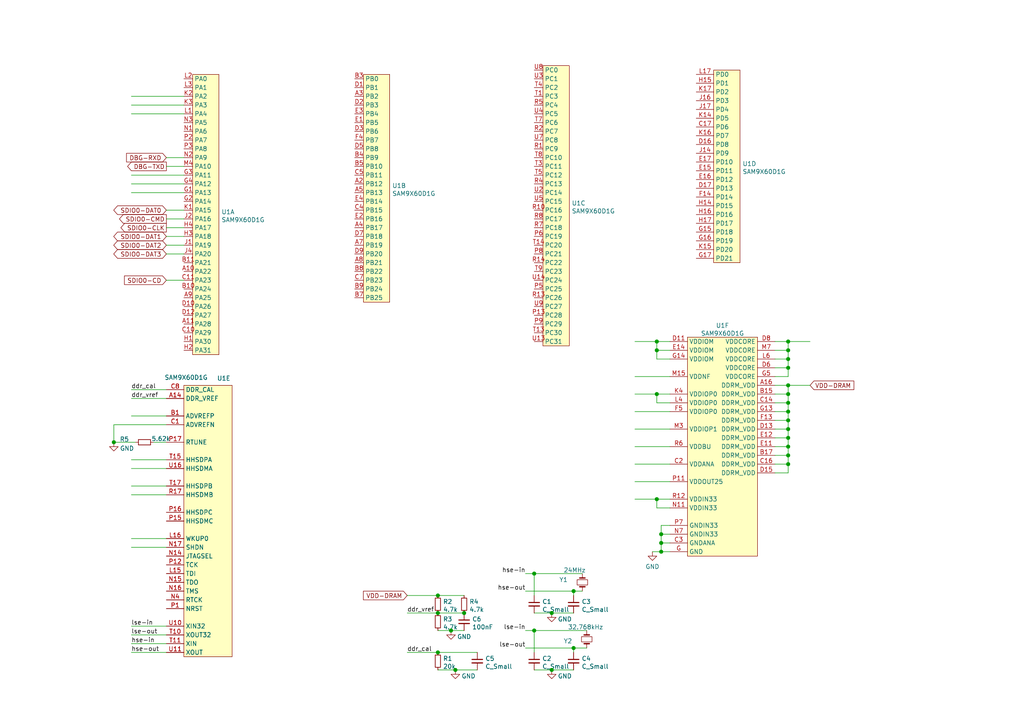
<source format=kicad_sch>
(kicad_sch (version 20210406) (generator eeschema)
  (paper "A4")
  (lib_symbols
    (symbol "Device:C_Small" (pin_numbers hide) (pin_names (offset 0.254) hide)
      (property "Reference" "C" (at 0.254 1.778 0))
      (property "Value" "C_Small" (at 0.254 -2.032 0))
      (symbol "C_Small_0_1"
        (polyline (pts (xy -1.524 -0.508) (xy 1.524 -0.508)) (stroke (width 0.3302)))
        (polyline (pts (xy -1.524 0.508) (xy 1.524 0.508)) (stroke (width 0.3048)))
      )
      (symbol "C_Small_1_1"
        (pin passive line (at 0 2.54 270) (length 2.032) (name "~") (number "1"))
        (pin passive line (at 0 -2.54 90) (length 2.032) (name "~") (number "2"))
      )
    )
    (symbol "Device:Crystal_Small" (pin_numbers hide) (pin_names (offset 1.016) hide)
      (property "Reference" "Y" (at 0 2.54 0))
      (property "Value" "Crystal_Small" (at 0 -2.54 0))
      (symbol "Crystal_Small_0_1"
        (rectangle (start -0.762 -1.524) (end 0.762 1.524))
        (polyline (pts (xy -1.27 -0.762) (xy -1.27 0.762)) (stroke (width 0.381)))
        (polyline (pts (xy 1.27 -0.762) (xy 1.27 0.762)) (stroke (width 0.381)))
      )
      (symbol "Crystal_Small_1_1"
        (pin passive line (at -2.54 0 0) (length 1.27) (name "1") (number "1"))
        (pin passive line (at 2.54 0 180) (length 1.27) (name "2") (number "2"))
      )
    )
    (symbol "Device:R_Small" (pin_numbers hide) (pin_names (offset 0.254) hide)
      (property "Reference" "R" (at 0.762 0.508 0))
      (property "Value" "R_Small" (at 0.762 -1.016 0))
      (symbol "R_Small_0_1"
        (rectangle (start -0.762 1.778) (end 0.762 -1.778) (stroke (width 0.2032)))
      )
      (symbol "R_Small_1_1"
        (pin passive line (at 0 2.54 270) (length 0.762) (name "~") (number "1"))
        (pin passive line (at 0 -2.54 90) (length 0.762) (name "~") (number "2"))
      )
    )
    (symbol "microchip:SAM9X60D1G"
      (property "Reference" "U" (at 0 43.18 0))
      (property "Value" "SAM9X60D1G" (at -8.89 43.18 0))
      (symbol "SAM9X60D1G_1_0"
        (pin passive line (at -6.35 -16.51 0) (length 2.54) (name "PA22") (number "A10"))
        (pin passive line (at -6.35 -31.75 0) (length 2.54) (name "PA28") (number "A11"))
        (pin passive line (at -6.35 -24.13 0) (length 2.54) (name "PA25") (number "A9"))
        (pin passive line (at -6.35 -21.59 0) (length 2.54) (name "PA24") (number "B10"))
        (pin passive line (at -6.35 -13.97 0) (length 2.54) (name "PA21") (number "B11"))
        (pin passive line (at -6.35 -34.29 0) (length 2.54) (name "PA29") (number "C10"))
        (pin passive line (at -6.35 -19.05 0) (length 2.54) (name "PA23") (number "C11"))
        (pin passive line (at -6.35 -26.67 0) (length 2.54) (name "PA26") (number "D10"))
        (pin passive line (at -6.35 -29.21 0) (length 2.54) (name "PA27") (number "D12"))
        (pin passive line (at -6.35 6.35 0) (length 2.54) (name "PA13") (number "G1"))
        (pin passive line (at -6.35 3.81 0) (length 2.54) (name "PA14") (number "G2"))
        (pin passive line (at -6.35 11.43 0) (length 2.54) (name "PA11") (number "G3"))
        (pin passive line (at -6.35 8.89 0) (length 2.54) (name "PA12") (number "G4"))
        (pin passive line (at -6.35 -36.83 0) (length 2.54) (name "PA30") (number "H1"))
        (pin passive line (at -6.35 -39.37 0) (length 2.54) (name "PA31") (number "H2"))
        (pin passive line (at -6.35 -6.35 0) (length 2.54) (name "PA18") (number "H3"))
        (pin passive line (at -6.35 -3.81 0) (length 2.54) (name "PA17") (number "H4"))
        (pin passive line (at -6.35 -8.89 0) (length 2.54) (name "PA19") (number "J1"))
        (pin passive line (at -6.35 -1.27 0) (length 2.54) (name "PA16") (number "J2"))
        (pin passive line (at -6.35 -11.43 0) (length 2.54) (name "PA20") (number "J4"))
        (pin passive line (at -6.35 1.27 0) (length 2.54) (name "PA15") (number "K1"))
        (pin passive line (at -6.35 34.29 0) (length 2.54) (name "PA2") (number "K2"))
        (pin passive line (at -6.35 31.75 0) (length 2.54) (name "PA3") (number "K3"))
        (pin passive line (at -6.35 29.21 0) (length 2.54) (name "PA4") (number "L1"))
        (pin passive line (at -6.35 39.37 0) (length 2.54) (name "PA0") (number "L2"))
        (pin passive line (at -6.35 36.83 0) (length 2.54) (name "PA1") (number "L3"))
        (pin passive line (at -6.35 13.97 0) (length 2.54) (name "PA10") (number "M4"))
        (pin passive line (at -6.35 24.13 0) (length 2.54) (name "PA6") (number "N1"))
        (pin passive line (at -6.35 16.51 0) (length 2.54) (name "PA9") (number "N2"))
        (pin passive line (at -6.35 26.67 0) (length 2.54) (name "PA5") (number "N3"))
        (pin passive line (at -6.35 21.59 0) (length 2.54) (name "PA7") (number "P2"))
        (pin passive line (at -6.35 19.05 0) (length 2.54) (name "PA8") (number "P3"))
      )
      (symbol "SAM9X60D1G_1_1"
        (rectangle (start -3.81 40.64) (end 3.81 -40.64) (stroke (width 0.1524)) (fill (type background)))
      )
      (symbol "SAM9X60D1G_2_0"
        (pin passive line (at -6.35 8.89 0) (length 2.54) (name "PB12") (number "A2"))
        (pin passive line (at -6.35 34.29 0) (length 2.54) (name "PB2") (number "A3"))
        (pin passive line (at -6.35 -3.81 0) (length 2.54) (name "PB17") (number "A4"))
        (pin passive line (at -6.35 6.35 0) (length 2.54) (name "PB13") (number "A5"))
        (pin passive line (at -6.35 -8.89 0) (length 2.54) (name "PB19") (number "A7"))
        (pin passive line (at -6.35 -13.97 0) (length 2.54) (name "PB21") (number "A8"))
        (pin passive line (at -6.35 39.37 0) (length 2.54) (name "PB0") (number "B3"))
        (pin passive line (at -6.35 16.51 0) (length 2.54) (name "PB9") (number "B4"))
        (pin passive line (at -6.35 13.97 0) (length 2.54) (name "PB10") (number "B5"))
        (pin passive line (at -6.35 -24.13 0) (length 2.54) (name "PB25") (number "B7"))
        (pin passive line (at -6.35 -16.51 0) (length 2.54) (name "PB22") (number "B8"))
        (pin passive line (at -6.35 -21.59 0) (length 2.54) (name "PB24") (number "B9"))
        (pin passive line (at -6.35 1.27 0) (length 2.54) (name "PB15") (number "C4"))
        (pin passive line (at -6.35 11.43 0) (length 2.54) (name "PB11") (number "C5"))
        (pin passive line (at -6.35 -19.05 0) (length 2.54) (name "PB23") (number "C7"))
        (pin passive line (at -6.35 36.83 0) (length 2.54) (name "PB1") (number "D1"))
        (pin passive line (at -6.35 31.75 0) (length 2.54) (name "PB3") (number "D2"))
        (pin passive line (at -6.35 24.13 0) (length 2.54) (name "PB6") (number "D3"))
        (pin passive line (at -6.35 19.05 0) (length 2.54) (name "PB8") (number "D5"))
        (pin passive line (at -6.35 -6.35 0) (length 2.54) (name "PB18") (number "D7"))
        (pin passive line (at -6.35 -11.43 0) (length 2.54) (name "PB20") (number "D9"))
        (pin passive line (at -6.35 26.67 0) (length 2.54) (name "PB5") (number "E1"))
        (pin passive line (at -6.35 -1.27 0) (length 2.54) (name "PB16") (number "E2"))
        (pin passive line (at -6.35 29.21 0) (length 2.54) (name "PB4") (number "E3"))
        (pin passive line (at -6.35 3.81 0) (length 2.54) (name "PB14") (number "E4"))
        (pin passive line (at -6.35 21.59 0) (length 2.54) (name "PB7") (number "F4"))
      )
      (symbol "SAM9X60D1G_2_1"
        (rectangle (start -3.81 40.64) (end 3.81 -25.4) (stroke (width 0.1524)) (fill (type background)))
      )
      (symbol "SAM9X60D1G_3_0"
        (pin passive line (at -6.35 -31.75 0) (length 2.54) (name "PC28") (number "P13"))
        (pin passive line (at -6.35 -24.13 0) (length 2.54) (name "PC25") (number "P5"))
        (pin passive line (at -6.35 -8.89 0) (length 2.54) (name "PC19") (number "P6"))
        (pin passive line (at -6.35 -13.97 0) (length 2.54) (name "PC21") (number "P8"))
        (pin passive line (at -6.35 -34.29 0) (length 2.54) (name "PC29") (number "P9"))
        (pin passive line (at -6.35 16.51 0) (length 2.54) (name "PC9") (number "R1"))
        (pin passive line (at -6.35 -1.27 0) (length 2.54) (name "PC16") (number "R10"))
        (pin passive line (at -6.35 -26.67 0) (length 2.54) (name "PC26") (number "R13"))
        (pin passive line (at -6.35 -16.51 0) (length 2.54) (name "PC22") (number "R14"))
        (pin passive line (at -6.35 21.59 0) (length 2.54) (name "PC7") (number "R2"))
        (pin passive line (at -6.35 6.35 0) (length 2.54) (name "PC13") (number "R4"))
        (pin passive line (at -6.35 29.21 0) (length 2.54) (name "PC4") (number "R5"))
        (pin passive line (at -6.35 -6.35 0) (length 2.54) (name "PC18") (number "R7"))
        (pin passive line (at -6.35 -3.81 0) (length 2.54) (name "PC17") (number "R8"))
        (pin passive line (at -6.35 31.75 0) (length 2.54) (name "PC3") (number "T1"))
        (pin passive line (at -6.35 -36.83 0) (length 2.54) (name "PC30") (number "T13"))
        (pin passive line (at -6.35 -11.43 0) (length 2.54) (name "PC20") (number "T14"))
        (pin passive line (at -6.35 11.43 0) (length 2.54) (name "PC11") (number "T3"))
        (pin passive line (at -6.35 34.29 0) (length 2.54) (name "PC2") (number "T4"))
        (pin passive line (at -6.35 8.89 0) (length 2.54) (name "PC12") (number "T5"))
        (pin passive line (at -6.35 24.13 0) (length 2.54) (name "PC6") (number "T7"))
        (pin passive line (at -6.35 13.97 0) (length 2.54) (name "PC10") (number "T8"))
        (pin passive line (at -6.35 -19.05 0) (length 2.54) (name "PC23") (number "T9"))
        (pin passive line (at -6.35 -39.37 0) (length 2.54) (name "PC31") (number "U13"))
        (pin passive line (at -6.35 -21.59 0) (length 2.54) (name "PC24") (number "U14"))
        (pin passive line (at -6.35 3.81 0) (length 2.54) (name "PC14") (number "U2"))
        (pin passive line (at -6.35 36.83 0) (length 2.54) (name "PC1") (number "U3"))
        (pin passive line (at -6.35 26.67 0) (length 2.54) (name "PC5") (number "U4"))
        (pin passive line (at -6.35 1.27 0) (length 2.54) (name "PC15") (number "U5"))
        (pin passive line (at -6.35 19.05 0) (length 2.54) (name "PC8") (number "U7"))
        (pin passive line (at -6.35 39.37 0) (length 2.54) (name "PC0") (number "U8"))
        (pin passive line (at -6.35 -29.21 0) (length 2.54) (name "PC27") (number "U9"))
      )
      (symbol "SAM9X60D1G_3_1"
        (rectangle (start -3.81 40.64) (end 3.81 -40.64) (stroke (width 0.1524)) (fill (type background)))
      )
      (symbol "SAM9X60D1G_4_0"
        (pin passive line (at -8.89 24.13 0) (length 5.08) (name "PD6") (number "C17"))
        (pin passive line (at -8.89 19.05 0) (length 5.08) (name "PD8") (number "D16"))
        (pin passive line (at -8.89 6.35 0) (length 5.08) (name "PD13") (number "D17"))
        (pin passive line (at -8.89 11.43 0) (length 5.08) (name "PD11") (number "E15"))
        (pin passive line (at -8.89 8.89 0) (length 5.08) (name "PD12") (number "E16"))
        (pin passive line (at -8.89 13.97 0) (length 5.08) (name "PD10") (number "E17"))
        (pin passive line (at -8.89 3.81 0) (length 5.08) (name "PD14") (number "F14"))
        (pin passive line (at -8.89 -6.35 0) (length 5.08) (name "PD18") (number "G15"))
        (pin passive line (at -8.89 -8.89 0) (length 5.08) (name "PD19") (number "G16"))
        (pin passive line (at -8.89 -13.97 0) (length 5.08) (name "PD21") (number "G17"))
        (pin passive line (at -8.89 1.27 0) (length 5.08) (name "PD15") (number "H14"))
        (pin passive line (at -8.89 36.83 0) (length 5.08) (name "PD1") (number "H15"))
        (pin passive line (at -8.89 -1.27 0) (length 5.08) (name "PD16") (number "H16"))
        (pin passive line (at -8.89 -3.81 0) (length 5.08) (name "PD17") (number "H17"))
        (pin passive line (at -8.89 16.51 0) (length 5.08) (name "PD9") (number "J14"))
        (pin passive line (at -8.89 31.75 0) (length 5.08) (name "PD3") (number "J16"))
        (pin passive line (at -8.89 29.21 0) (length 5.08) (name "PD4") (number "J17"))
        (pin passive line (at -8.89 26.67 0) (length 5.08) (name "PD5") (number "K14"))
        (pin passive line (at -8.89 -11.43 0) (length 5.08) (name "PD20") (number "K15"))
        (pin passive line (at -8.89 21.59 0) (length 5.08) (name "PD7") (number "K16"))
        (pin passive line (at -8.89 34.29 0) (length 5.08) (name "PD2") (number "K17"))
        (pin passive line (at -8.89 39.37 0) (length 5.08) (name "PD0") (number "L17"))
      )
      (symbol "SAM9X60D1G_4_1"
        (rectangle (start -3.81 40.64) (end 3.81 -15.24) (stroke (width 0.1524)) (fill (type background)))
      )
      (symbol "SAM9X60D1G_5_0"
        (pin passive line (at -8.89 36.83 0) (length 5.08) (name "DDR_VREF") (number "A14"))
        (pin passive line (at -8.89 31.75 0) (length 5.08) (name "ADVREFP") (number "B1"))
        (pin passive line (at -8.89 29.21 0) (length 5.08) (name "ADVREFN") (number "C1"))
        (pin passive line (at -8.89 39.37 0) (length 5.08) (name "DDR_CAL") (number "C8"))
        (pin passive line (at -8.89 -13.97 0) (length 5.08) (name "TDI") (number "L15"))
        (pin passive line (at -8.89 -3.81 0) (length 5.08) (name "WKUP0") (number "L16"))
        (pin passive line (at -8.89 -8.89 0) (length 5.08) (name "JTAGSEL") (number "N14"))
        (pin passive line (at -8.89 -16.51 0) (length 5.08) (name "TDO") (number "N15"))
        (pin passive line (at -8.89 -19.05 0) (length 5.08) (name "TMS") (number "N16"))
        (pin passive line (at -8.89 -6.35 0) (length 5.08) (name "SHDN") (number "N17"))
        (pin passive line (at -8.89 -21.59 0) (length 5.08) (name "RTCK") (number "N4"))
        (pin passive line (at -8.89 -24.13 0) (length 5.08) (name "NRST") (number "P1"))
        (pin passive line (at -8.89 -11.43 0) (length 5.08) (name "TCK") (number "P12"))
        (pin passive line (at -8.89 1.27 0) (length 5.08) (name "HHSDMC") (number "P15"))
        (pin passive line (at -8.89 3.81 0) (length 5.08) (name "HHSDPC") (number "P16"))
        (pin passive line (at -8.89 24.13 0) (length 5.08) (name "RTUNE") (number "P17"))
        (pin passive line (at -8.89 8.89 0) (length 5.08) (name "HHSDMB") (number "R17"))
        (pin passive line (at -8.89 -31.75 0) (length 5.08) (name "XOUT32") (number "T10"))
        (pin passive line (at -8.89 -34.29 0) (length 5.08) (name "XIN") (number "T11"))
        (pin passive line (at -8.89 19.05 0) (length 5.08) (name "HHSDPA") (number "T15"))
        (pin passive line (at -8.89 11.43 0) (length 5.08) (name "HHSDPB") (number "T17"))
        (pin passive line (at -8.89 -29.21 0) (length 5.08) (name "XIN32") (number "U10"))
        (pin passive line (at -8.89 -36.83 0) (length 5.08) (name "XOUT") (number "U11"))
        (pin passive line (at -8.89 16.51 0) (length 5.08) (name "HHSDMA") (number "U16"))
      )
      (symbol "SAM9X60D1G_5_1"
        (rectangle (start -3.81 40.64) (end 10.16 -38.1) (stroke (width 0.1524)) (fill (type background)))
      )
      (symbol "SAM9X60D1G_6_0"
        (pin power_in line (at 21.59 25.4 180) (length 5.08) (name "DDRM_VDD") (number "A16"))
        (pin power_in line (at 21.59 22.86 180) (length 5.08) (name "DDRM_VDD") (number "B15"))
        (pin power_in line (at 21.59 5.08 180) (length 5.08) (name "DDRM_VDD") (number "B17"))
        (pin power_in line (at 21.59 20.32 180) (length 5.08) (name "DDRM_VDD") (number "C14"))
        (pin power_in line (at 21.59 2.54 180) (length 5.08) (name "DDRM_VDD") (number "C16"))
        (pin power_in line (at -8.89 2.54 0) (length 5.08) (name "VDDANA") (number "C2"))
        (pin power_in line (at -8.89 -20.32 0) (length 5.08) (name "GNDANA") (number "C3"))
        (pin power_in line (at -8.89 38.1 0) (length 5.08) (name "VDDIOM") (number "D11"))
        (pin power_in line (at 21.59 12.7 180) (length 5.08) (name "DDRM_VDD") (number "D13"))
        (pin power_in line (at 21.59 0 180) (length 5.08) (name "DDRM_VDD") (number "D15"))
        (pin power_in line (at 21.59 30.48 180) (length 5.08) (name "VDDCORE") (number "D6"))
        (pin power_in line (at 21.59 38.1 180) (length 5.08) (name "VDDCORE") (number "D8"))
        (pin power_in line (at 21.59 7.62 180) (length 5.08) (name "DDRM_VDD") (number "E11"))
        (pin power_in line (at 21.59 10.16 180) (length 5.08) (name "DDRM_VDD") (number "E12"))
        (pin power_in line (at -8.89 35.56 0) (length 5.08) (name "VDDIOM") (number "E14"))
        (pin power_in line (at 21.59 15.24 180) (length 5.08) (name "DDRM_VDD") (number "F13"))
        (pin power_in line (at -8.89 17.78 0) (length 5.08) (name "VDDIOP0") (number "F5"))
        (pin power_in line (at -8.89 -22.86 0) (length 5.08) (name "GND") (number "G"))
        (pin power_in line (at 21.59 17.78 180) (length 5.08) (name "DDRM_VDD") (number "G13"))
        (pin power_in line (at -8.89 33.02 0) (length 5.08) (name "VDDIOM") (number "G14"))
        (pin power_in line (at 21.59 27.94 180) (length 5.08) (name "VDDCORE") (number "G5"))
        (pin power_in line (at -8.89 22.86 0) (length 5.08) (name "VDDIOP0") (number "K4"))
        (pin power_in line (at -8.89 20.32 0) (length 5.08) (name "VDDIOP0") (number "L4"))
        (pin power_in line (at 21.59 33.02 180) (length 5.08) (name "VDDCORE") (number "L6"))
        (pin power_in line (at -8.89 27.94 0) (length 5.08) (name "VDDNF") (number "M15"))
        (pin power_in line (at -8.89 12.7 0) (length 5.08) (name "VDDIOP1") (number "M3"))
        (pin power_in line (at 21.59 35.56 180) (length 5.08) (name "VDDCORE") (number "M7"))
        (pin power_in line (at -8.89 -10.16 0) (length 5.08) (name "VDDIN33") (number "N11"))
        (pin power_in line (at -8.89 -17.78 0) (length 5.08) (name "GNDIN33") (number "N7"))
        (pin power_in line (at -8.89 -2.54 0) (length 5.08) (name "VDDOUT25") (number "P11"))
        (pin power_in line (at -8.89 -15.24 0) (length 5.08) (name "GNDIN33") (number "P7"))
        (pin power_in line (at -8.89 -7.62 0) (length 5.08) (name "VDDIN33") (number "R12"))
        (pin power_in line (at -8.89 7.62 0) (length 5.08) (name "VDDBU") (number "R6"))
      )
      (symbol "SAM9X60D1G_6_1"
        (rectangle (start -3.81 39.37) (end 16.51 -24.13) (stroke (width 0.1524)) (fill (type background)))
      )
    )
    (symbol "power:GND" (power) (pin_names (offset 0))
      (property "Value" "GND" (at 0 -3.81 0))
      (symbol "GND_0_1"
        (polyline (pts (xy 0 0) (xy 0 -1.27) (xy 1.27 -1.27) (xy 0 -2.54) (xy -1.27 -1.27) (xy 0 -1.27)))
      )
      (symbol "GND_1_1"
        (pin power_in line (at 0 0 270) (length 0) hide (name "GND") (number "1"))
      )
    )
  )
  (junction (at 33.02 128.27) (diameter 1.016))
  (junction (at 127 172.72) (diameter 1.016))
  (junction (at 127 177.8) (diameter 1.016))
  (junction (at 127 189.23) (diameter 1.016))
  (junction (at 130.81 182.88) (diameter 1.016))
  (junction (at 132.08 194.31) (diameter 1.016))
  (junction (at 134.62 177.8) (diameter 1.016))
  (junction (at 154.94 166.37) (diameter 1.016))
  (junction (at 154.94 182.88) (diameter 1.016))
  (junction (at 160.02 177.8) (diameter 1.016))
  (junction (at 160.02 194.31) (diameter 1.016))
  (junction (at 166.37 171.45) (diameter 1.016))
  (junction (at 166.37 187.96) (diameter 1.016))
  (junction (at 190.5 99.06) (diameter 1.016))
  (junction (at 190.5 101.6) (diameter 1.016))
  (junction (at 190.5 114.3) (diameter 1.016))
  (junction (at 190.5 144.78) (diameter 1.016))
  (junction (at 191.77 154.94) (diameter 1.016))
  (junction (at 191.77 157.48) (diameter 1.016))
  (junction (at 191.77 160.02) (diameter 1.016))
  (junction (at 228.6 99.06) (diameter 1.016))
  (junction (at 228.6 101.6) (diameter 1.016))
  (junction (at 228.6 104.14) (diameter 1.016))
  (junction (at 228.6 106.68) (diameter 1.016))
  (junction (at 228.6 111.76) (diameter 1.016))
  (junction (at 228.6 114.3) (diameter 1.016))
  (junction (at 228.6 116.84) (diameter 1.016))
  (junction (at 228.6 119.38) (diameter 1.016))
  (junction (at 228.6 121.92) (diameter 1.016))
  (junction (at 228.6 124.46) (diameter 1.016))
  (junction (at 228.6 127) (diameter 1.016))
  (junction (at 228.6 129.54) (diameter 1.016))
  (junction (at 228.6 132.08) (diameter 1.016))
  (junction (at 228.6 134.62) (diameter 1.016))
  (wire (pts (xy 33.02 123.19) (xy 33.02 128.27)))
  (wire (pts (xy 33.02 123.19) (xy 48.26 123.19)))
  (wire (pts (xy 33.02 128.27) (xy 39.37 128.27)))
  (wire (pts (xy 38.1 27.94) (xy 53.34 27.94)))
  (wire (pts (xy 38.1 30.48) (xy 53.34 30.48)))
  (wire (pts (xy 38.1 33.02) (xy 53.34 33.02)))
  (wire (pts (xy 38.1 50.8) (xy 53.34 50.8)))
  (wire (pts (xy 38.1 53.34) (xy 53.34 53.34)))
  (wire (pts (xy 38.1 55.88) (xy 53.34 55.88)))
  (wire (pts (xy 38.1 113.03) (xy 48.26 113.03)))
  (wire (pts (xy 38.1 115.57) (xy 48.26 115.57)))
  (wire (pts (xy 38.1 120.65) (xy 48.26 120.65)))
  (wire (pts (xy 38.1 133.35) (xy 48.26 133.35)))
  (wire (pts (xy 38.1 135.89) (xy 48.26 135.89)))
  (wire (pts (xy 38.1 140.97) (xy 48.26 140.97)))
  (wire (pts (xy 38.1 143.51) (xy 48.26 143.51)))
  (wire (pts (xy 38.1 156.21) (xy 48.26 156.21)))
  (wire (pts (xy 38.1 158.75) (xy 48.26 158.75)))
  (wire (pts (xy 38.1 181.61) (xy 48.26 181.61)))
  (wire (pts (xy 38.1 184.15) (xy 48.26 184.15)))
  (wire (pts (xy 38.1 186.69) (xy 48.26 186.69)))
  (wire (pts (xy 38.1 189.23) (xy 48.26 189.23)))
  (wire (pts (xy 44.45 128.27) (xy 48.26 128.27)))
  (wire (pts (xy 48.26 45.72) (xy 53.34 45.72)))
  (wire (pts (xy 48.26 48.26) (xy 53.34 48.26)))
  (wire (pts (xy 48.26 60.96) (xy 53.34 60.96)))
  (wire (pts (xy 48.26 63.5) (xy 53.34 63.5)))
  (wire (pts (xy 48.26 66.04) (xy 53.34 66.04)))
  (wire (pts (xy 48.26 68.58) (xy 53.34 68.58)))
  (wire (pts (xy 48.26 71.12) (xy 53.34 71.12)))
  (wire (pts (xy 48.26 73.66) (xy 53.34 73.66)))
  (wire (pts (xy 48.26 81.28) (xy 53.34 81.28)))
  (wire (pts (xy 118.11 172.72) (xy 127 172.72)))
  (wire (pts (xy 118.11 177.8) (xy 127 177.8)))
  (wire (pts (xy 118.11 189.23) (xy 127 189.23)))
  (wire (pts (xy 127 172.72) (xy 134.62 172.72)))
  (wire (pts (xy 127 177.8) (xy 134.62 177.8)))
  (wire (pts (xy 127 182.88) (xy 130.81 182.88)))
  (wire (pts (xy 127 189.23) (xy 138.43 189.23)))
  (wire (pts (xy 127 194.31) (xy 132.08 194.31)))
  (wire (pts (xy 130.81 182.88) (xy 134.62 182.88)))
  (wire (pts (xy 132.08 194.31) (xy 138.43 194.31)))
  (wire (pts (xy 152.4 166.37) (xy 154.94 166.37)))
  (wire (pts (xy 152.4 171.45) (xy 166.37 171.45)))
  (wire (pts (xy 152.4 182.88) (xy 154.94 182.88)))
  (wire (pts (xy 152.4 187.96) (xy 166.37 187.96)))
  (wire (pts (xy 154.94 166.37) (xy 154.94 172.72)))
  (wire (pts (xy 154.94 166.37) (xy 168.91 166.37)))
  (wire (pts (xy 154.94 177.8) (xy 160.02 177.8)))
  (wire (pts (xy 154.94 182.88) (xy 154.94 189.23)))
  (wire (pts (xy 154.94 182.88) (xy 170.18 182.88)))
  (wire (pts (xy 154.94 194.31) (xy 160.02 194.31)))
  (wire (pts (xy 160.02 177.8) (xy 166.37 177.8)))
  (wire (pts (xy 160.02 194.31) (xy 166.37 194.31)))
  (wire (pts (xy 166.37 171.45) (xy 166.37 172.72)))
  (wire (pts (xy 166.37 171.45) (xy 168.91 171.45)))
  (wire (pts (xy 166.37 187.96) (xy 166.37 189.23)))
  (wire (pts (xy 166.37 187.96) (xy 170.18 187.96)))
  (wire (pts (xy 184.15 99.06) (xy 190.5 99.06)))
  (wire (pts (xy 184.15 109.22) (xy 194.31 109.22)))
  (wire (pts (xy 184.15 114.3) (xy 190.5 114.3)))
  (wire (pts (xy 184.15 119.38) (xy 194.31 119.38)))
  (wire (pts (xy 184.15 124.46) (xy 194.31 124.46)))
  (wire (pts (xy 184.15 129.54) (xy 194.31 129.54)))
  (wire (pts (xy 184.15 134.62) (xy 194.31 134.62)))
  (wire (pts (xy 184.15 139.7) (xy 194.31 139.7)))
  (wire (pts (xy 184.15 144.78) (xy 190.5 144.78)))
  (wire (pts (xy 189.23 160.02) (xy 191.77 160.02)))
  (wire (pts (xy 190.5 99.06) (xy 190.5 101.6)))
  (wire (pts (xy 190.5 101.6) (xy 190.5 104.14)))
  (wire (pts (xy 190.5 101.6) (xy 194.31 101.6)))
  (wire (pts (xy 190.5 104.14) (xy 194.31 104.14)))
  (wire (pts (xy 190.5 114.3) (xy 190.5 116.84)))
  (wire (pts (xy 190.5 116.84) (xy 194.31 116.84)))
  (wire (pts (xy 190.5 144.78) (xy 190.5 147.32)))
  (wire (pts (xy 190.5 147.32) (xy 194.31 147.32)))
  (wire (pts (xy 191.77 152.4) (xy 191.77 154.94)))
  (wire (pts (xy 191.77 154.94) (xy 191.77 157.48)))
  (wire (pts (xy 191.77 154.94) (xy 194.31 154.94)))
  (wire (pts (xy 191.77 157.48) (xy 191.77 160.02)))
  (wire (pts (xy 191.77 157.48) (xy 194.31 157.48)))
  (wire (pts (xy 191.77 160.02) (xy 194.31 160.02)))
  (wire (pts (xy 194.31 99.06) (xy 190.5 99.06)))
  (wire (pts (xy 194.31 114.3) (xy 190.5 114.3)))
  (wire (pts (xy 194.31 144.78) (xy 190.5 144.78)))
  (wire (pts (xy 194.31 152.4) (xy 191.77 152.4)))
  (wire (pts (xy 224.79 99.06) (xy 228.6 99.06)))
  (wire (pts (xy 224.79 101.6) (xy 228.6 101.6)))
  (wire (pts (xy 224.79 104.14) (xy 228.6 104.14)))
  (wire (pts (xy 224.79 106.68) (xy 228.6 106.68)))
  (wire (pts (xy 224.79 111.76) (xy 228.6 111.76)))
  (wire (pts (xy 224.79 114.3) (xy 228.6 114.3)))
  (wire (pts (xy 224.79 116.84) (xy 228.6 116.84)))
  (wire (pts (xy 224.79 119.38) (xy 228.6 119.38)))
  (wire (pts (xy 224.79 121.92) (xy 228.6 121.92)))
  (wire (pts (xy 224.79 124.46) (xy 228.6 124.46)))
  (wire (pts (xy 224.79 127) (xy 228.6 127)))
  (wire (pts (xy 224.79 129.54) (xy 228.6 129.54)))
  (wire (pts (xy 224.79 132.08) (xy 228.6 132.08)))
  (wire (pts (xy 224.79 134.62) (xy 228.6 134.62)))
  (wire (pts (xy 224.79 137.16) (xy 228.6 137.16)))
  (wire (pts (xy 228.6 99.06) (xy 228.6 101.6)))
  (wire (pts (xy 228.6 99.06) (xy 234.95 99.06)))
  (wire (pts (xy 228.6 101.6) (xy 228.6 104.14)))
  (wire (pts (xy 228.6 104.14) (xy 228.6 106.68)))
  (wire (pts (xy 228.6 106.68) (xy 228.6 109.22)))
  (wire (pts (xy 228.6 109.22) (xy 224.79 109.22)))
  (wire (pts (xy 228.6 111.76) (xy 228.6 114.3)))
  (wire (pts (xy 228.6 111.76) (xy 234.95 111.76)))
  (wire (pts (xy 228.6 114.3) (xy 228.6 116.84)))
  (wire (pts (xy 228.6 116.84) (xy 228.6 119.38)))
  (wire (pts (xy 228.6 119.38) (xy 228.6 121.92)))
  (wire (pts (xy 228.6 121.92) (xy 228.6 124.46)))
  (wire (pts (xy 228.6 124.46) (xy 228.6 127)))
  (wire (pts (xy 228.6 127) (xy 228.6 129.54)))
  (wire (pts (xy 228.6 129.54) (xy 228.6 132.08)))
  (wire (pts (xy 228.6 132.08) (xy 228.6 134.62)))
  (wire (pts (xy 228.6 134.62) (xy 228.6 137.16)))
  (label "ddr_cal" (at 38.1 113.03 0))
  (label "ddr_vref" (at 38.1 115.57 0))
  (label "lse-in" (at 38.1 181.61 0))
  (label "lse-out" (at 38.1 184.15 0))
  (label "hse-in" (at 38.1 186.69 0))
  (label "hse-out" (at 38.1 189.23 0))
  (label "ddr_vref" (at 118.11 177.8 0))
  (label "ddr_cal" (at 118.11 189.23 0))
  (label "hse-in" (at 152.4 166.37 180))
  (label "hse-out" (at 152.4 171.45 180))
  (label "lse-in" (at 152.4 182.88 180))
  (label "lse-out" (at 152.4 187.96 180))
  (global_label "DBG-RXD" (shape input) (at 48.26 45.72 180) (property "Intersheet References" "${INTERSHEET_REFS}" (effects hide)))
  (global_label "DBG-TXD" (shape output) (at 48.26 48.26 180) (property "Intersheet References" "${INTERSHEET_REFS}" (effects hide)))
  (global_label "SDIO0-DAT0" (shape bidirectional) (at 48.26 60.96 180) (property "Intersheet References" "${INTERSHEET_REFS}" (effects hide)))
  (global_label "SDIO0-CMD" (shape output) (at 48.26 63.5 180) (property "Intersheet References" "${INTERSHEET_REFS}" (effects hide)))
  (global_label "SDIO0-CLK" (shape output) (at 48.26 66.04 180) (property "Intersheet References" "${INTERSHEET_REFS}" (effects hide)))
  (global_label "SDIO0-DAT1" (shape bidirectional) (at 48.26 68.58 180) (property "Intersheet References" "${INTERSHEET_REFS}" (effects hide)))
  (global_label "SDIO0-DAT2" (shape bidirectional) (at 48.26 71.12 180) (property "Intersheet References" "${INTERSHEET_REFS}" (effects hide)))
  (global_label "SDIO0-DAT3" (shape bidirectional) (at 48.26 73.66 180) (property "Intersheet References" "${INTERSHEET_REFS}" (effects hide)))
  (global_label "SDIO0-CD" (shape input) (at 48.26 81.28 180) (property "Intersheet References" "${INTERSHEET_REFS}" (effects hide)))
  (global_label "VDD-DRAM" (shape input) (at 118.11 172.72 180) (property "Intersheet References" "${INTERSHEET_REFS}" (effects hide)))
  (global_label "VDD-DRAM" (shape input) (at 234.95 111.76 0) (property "Intersheet References" "${INTERSHEET_REFS}" (effects hide)))
  (symbol (lib_id "power:GND") (at 33.02 128.27 0) (unit 1)
    (property "Reference" "#PWR0106" (effects hide))
    (property "Value" "GND" (at 36.83 130.0544 0))
  )
  (symbol (lib_id "power:GND") (at 130.81 182.88 0) (unit 1)
    (property "Reference" "#PWR0105" (effects hide))
    (property "Value" "GND" (at 134.62 184.6644 0))
  )
  (symbol (lib_id "power:GND") (at 132.08 194.31 0) (unit 1)
    (property "Reference" "#PWR0104" (effects hide))
    (property "Value" "GND" (at 135.89 196.0944 0))
  )
  (symbol (lib_id "power:GND") (at 160.02 177.8 0) (unit 1)
    (property "Reference" "#PWR0103" (effects hide))
    (property "Value" "GND" (at 163.83 179.5844 0))
  )
  (symbol (lib_id "power:GND") (at 160.02 194.31 0) (unit 1)
    (property "Reference" "#PWR0102" (effects hide))
    (property "Value" "GND" (at 163.83 196.0944 0))
  )
  (symbol (lib_id "power:GND") (at 189.23 160.02 0) (unit 1)
    (property "Reference" "#PWR0101" (effects hide))
    (property "Value" "GND" (at 189.23 164.3444 0))
  )
  (symbol (lib_id "Device:R_Small") (at 41.91 128.27 90) (unit 1)
    (property "Reference" "R5" (at 36.0873 127.412 90))
    (property "Value" "5.62k" (at 46.6594 127.2425 90))
    (property "Footprint" "Resistor_SMD:R_0402_1005Metric" (effects hide))
  )
  (symbol (lib_id "Device:R_Small") (at 127 175.26 0) (unit 1)
    (property "Reference" "R2" (at 128.4987 174.4991 0) (effects (justify left)))
    (property "Value" "4.7k" (at 128.4987 176.7978 0) (effects (justify left)))
    (property "Footprint" "Resistor_SMD:R_0402_1005Metric" (effects hide))
  )
  (symbol (lib_id "Device:R_Small") (at 127 180.34 0) (unit 1)
    (property "Reference" "R3" (at 128.4987 179.5791 0) (effects (justify left)))
    (property "Value" "4.7k" (at 128.4987 181.8778 0) (effects (justify left)))
    (property "Footprint" "Resistor_SMD:R_0402_1005Metric" (effects hide))
  )
  (symbol (lib_id "Device:R_Small") (at 127 191.77 0) (unit 1)
    (property "Reference" "R1" (at 128.4987 191.0091 0) (effects (justify left)))
    (property "Value" "20k" (at 128.4987 193.3078 0) (effects (justify left)))
    (property "Footprint" "Resistor_SMD:R_0402_1005Metric" (effects hide))
  )
  (symbol (lib_id "Device:R_Small") (at 134.62 175.26 0) (unit 1)
    (property "Reference" "R4" (at 136.1187 174.4991 0) (effects (justify left)))
    (property "Value" "4.7k" (at 136.1187 176.7978 0) (effects (justify left)))
    (property "Footprint" "Resistor_SMD:R_0402_1005Metric" (effects hide))
  )
  (symbol (lib_id "Device:Crystal_Small") (at 168.91 168.91 90) (unit 1)
    (property "Reference" "Y1" (at 162.1791 168.1491 90) (effects (justify right)))
    (property "Value" "24MHz" (at 163.4491 165.3678 90) (effects (justify right)))
    (property "Footprint" "Crystal:Crystal_SMD_3225-4Pin_3.2x2.5mm" (effects hide))
  )
  (symbol (lib_id "Device:Crystal_Small") (at 170.18 185.42 90) (unit 1)
    (property "Reference" "Y2" (at 163.4491 185.9291 90) (effects (justify right)))
    (property "Value" "32.768kHz" (at 164.7191 181.8778 90) (effects (justify right)))
    (property "Footprint" "Crystal:Crystal_SMD_3215-2Pin_3.2x1.5mm" (effects hide))
  )
  (symbol (lib_id "Device:C_Small") (at 134.62 180.34 0) (unit 1)
    (property "Reference" "C6" (at 136.9442 179.5791 0) (effects (justify left)))
    (property "Value" "100nF" (at 136.9442 181.8778 0) (effects (justify left)))
    (property "Footprint" "Capacitor_SMD:C_0402_1005Metric" (effects hide))
  )
  (symbol (lib_id "Device:C_Small") (at 138.43 191.77 0) (unit 1)
    (property "Reference" "C5" (at 140.7542 191.0091 0) (effects (justify left)))
    (property "Value" "C_Small" (at 140.7542 193.3078 0) (effects (justify left)))
    (property "Footprint" "Capacitor_SMD:C_0402_1005Metric" (effects hide))
  )
  (symbol (lib_id "Device:C_Small") (at 154.94 175.26 0) (unit 1)
    (property "Reference" "C1" (at 157.2642 174.4991 0) (effects (justify left)))
    (property "Value" "C_Small" (at 157.2642 176.7978 0) (effects (justify left)))
    (property "Footprint" "Capacitor_SMD:C_0402_1005Metric" (effects hide))
  )
  (symbol (lib_id "Device:C_Small") (at 154.94 191.77 0) (unit 1)
    (property "Reference" "C2" (at 157.2642 191.0091 0) (effects (justify left)))
    (property "Value" "C_Small" (at 157.2642 193.3078 0) (effects (justify left)))
    (property "Footprint" "Capacitor_SMD:C_0402_1005Metric" (effects hide))
  )
  (symbol (lib_id "Device:C_Small") (at 166.37 175.26 0) (unit 1)
    (property "Reference" "C3" (at 168.6942 174.4991 0) (effects (justify left)))
    (property "Value" "C_Small" (at 168.6942 176.7978 0) (effects (justify left)))
    (property "Footprint" "Capacitor_SMD:C_0402_1005Metric" (effects hide))
  )
  (symbol (lib_id "Device:C_Small") (at 166.37 191.77 0) (unit 1)
    (property "Reference" "C4" (at 168.6942 191.0091 0) (effects (justify left)))
    (property "Value" "C_Small" (at 168.6942 193.3078 0) (effects (justify left)))
    (property "Footprint" "Capacitor_SMD:C_0402_1005Metric" (effects hide))
  )
  (symbol (lib_id "microchip:SAM9X60D1G") (at 109.22 62.23 0) (unit 2)
    (property "Reference" "U1" (at 113.7413 53.8491 0) (effects (justify left)))
    (property "Value" "SAM9X60D1G" (at 113.7413 56.1478 0) (effects (justify left)))
    (property "Footprint" "microchip:SAM9X60D1G" (effects hide))
  )
  (symbol (lib_id "microchip:SAM9X60D1G") (at 210.82 60.96 0) (unit 4)
    (property "Reference" "U1" (at 215.3413 47.4991 0) (effects (justify left)))
    (property "Value" "SAM9X60D1G" (at 215.3413 49.7978 0) (effects (justify left)))
    (property "Footprint" "microchip:SAM9X60D1G" (effects hide))
  )
  (symbol (lib_id "microchip:SAM9X60D1G") (at 59.69 62.23 0) (unit 1)
    (property "Reference" "U1" (at 64.2113 61.4691 0) (effects (justify left)))
    (property "Value" "SAM9X60D1G" (at 64.2113 63.7678 0) (effects (justify left)))
    (property "Footprint" "microchip:SAM9X60D1G" (effects hide))
  )
  (symbol (lib_id "microchip:SAM9X60D1G") (at 161.29 59.69 0) (unit 3)
    (property "Reference" "U1" (at 165.8113 58.9291 0) (effects (justify left)))
    (property "Value" "SAM9X60D1G" (at 165.8113 61.2278 0) (effects (justify left)))
    (property "Footprint" "microchip:SAM9X60D1G" (effects hide))
  )
  (symbol (lib_id "microchip:SAM9X60D1G") (at 57.15 152.4 0) (unit 5)
    (property "Reference" "U1" (at 62.9413 109.7291 0) (effects (justify left)))
    (property "Value" "SAM9X60D1G" (at 47.7013 109.4878 0) (effects (justify left)))
    (property "Footprint" "microchip:SAM9X60D1G" (effects hide))
  )
  (symbol (lib_id "microchip:SAM9X60D1G") (at 203.2 137.16 0) (unit 6)
    (property "Reference" "U1" (at 209.55 94.4076 0))
    (property "Value" "SAM9X60D1G" (at 209.55 96.7063 0))
    (property "Footprint" "microchip:SAM9X60D1G" (effects hide))
  )
)
</source>
